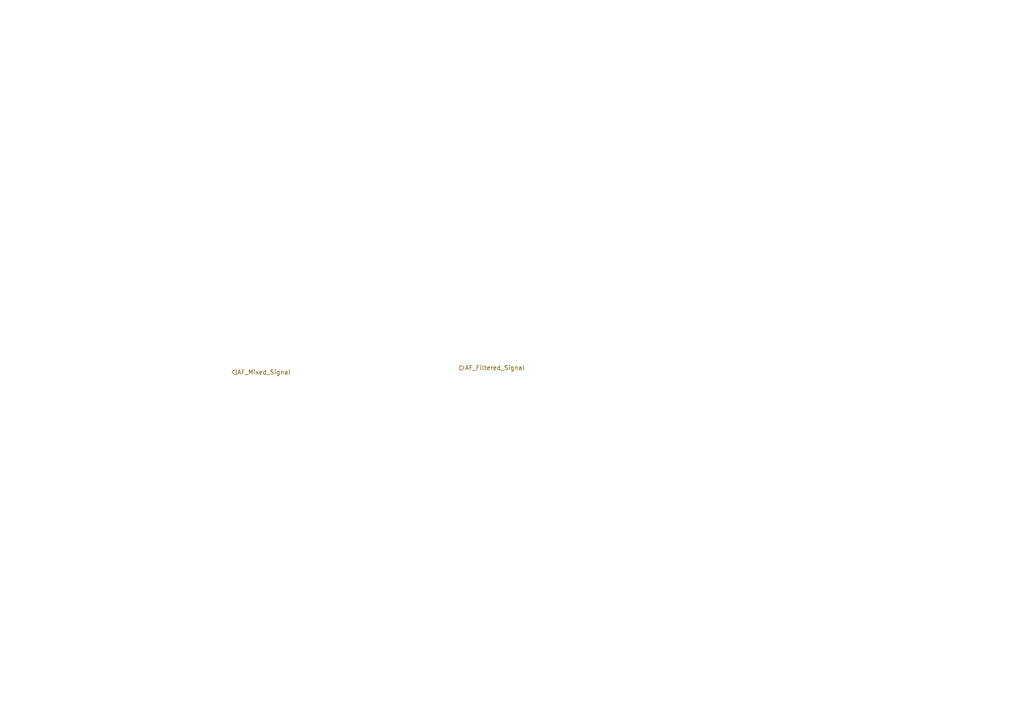
<source format=kicad_sch>
(kicad_sch
	(version 20231120)
	(generator "eeschema")
	(generator_version "8.0")
	(uuid "e81ff986-986c-4863-b415-962fe1b09d2e")
	(paper "A4")
	(lib_symbols)
	(hierarchical_label "AF_Filtered_Signal"
		(shape output)
		(at 133.35 106.68 0)
		(fields_autoplaced yes)
		(effects
			(font
				(size 1.27 1.27)
			)
			(justify left)
		)
		(uuid "97680758-a149-43e9-9ea9-a80d6bd99406")
	)
	(hierarchical_label "AF_Mixed_Signal"
		(shape input)
		(at 67.31 107.95 0)
		(fields_autoplaced yes)
		(effects
			(font
				(size 1.27 1.27)
			)
			(justify left)
		)
		(uuid "f832bfba-66eb-4a1f-a747-c5228d7fb470")
	)
)

</source>
